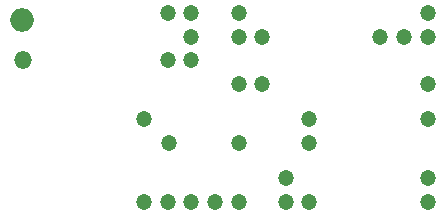
<source format=gbp>
G04 Layer: BottomPasteMaskLayer*
G04 EasyEDA v6.5.21, 2022-10-22 16:28:30*
G04 167bdced229c4b2ca01845534b4d4eab,294cf934c43b457281b0b0dcd80bbfec,10*
G04 Gerber Generator version 0.2*
G04 Scale: 100 percent, Rotated: No, Reflected: No *
G04 Dimensions in millimeters *
G04 leading zeros omitted , absolute positions ,4 integer and 5 decimal *
%FSLAX45Y45*%
%MOMM*%

%ADD10O,1.9999959999999999X1.9999959999999999*%
%ADD11O,1.3299948000000001X1.3299948000000001*%
%ADD12O,1.499997X1.499997*%

%LPD*%
D10*
G01*
X-1151011Y942431D03*
D11*
G01*
X1279006Y-600059D03*
G01*
X1279006Y99938D03*
G01*
X1279006Y-100060D03*
G01*
X1079007Y-400060D03*
G01*
X1079007Y-600059D03*
G01*
X679008Y-100060D03*
G01*
X679008Y-600059D03*
G01*
X479008Y-600059D03*
G01*
X279008Y-600059D03*
G01*
X79009Y-600059D03*
G01*
X-121015Y-600059D03*
G01*
X2279004Y-600059D03*
G01*
X79009Y999937D03*
G01*
X279008Y999937D03*
D12*
G01*
X-1146007Y602427D03*
D11*
G01*
X79009Y599937D03*
G01*
X279008Y599937D03*
G01*
X279008Y799937D03*
G01*
X2079005Y799937D03*
G01*
X1879005Y799937D03*
G01*
X679008Y399938D03*
G01*
X679008Y999937D03*
G01*
X679008Y799937D03*
G01*
X879007Y799937D03*
G01*
X879007Y399938D03*
G01*
X2279004Y799937D03*
G01*
X2279004Y999937D03*
G01*
X2279004Y-400060D03*
G01*
X2279004Y99938D03*
G01*
X2279004Y399938D03*
G01*
X-119999Y99989D03*
G01*
X87340Y-100060D03*
M02*

</source>
